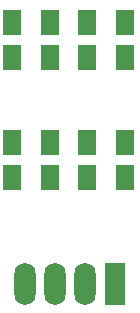
<source format=gbr>
%TF.GenerationSoftware,KiCad,Pcbnew,6.0.5-a6ca702e91~116~ubuntu20.04.1*%
%TF.CreationDate,2022-06-07T16:18:29-07:00*%
%TF.ProjectId,esp8266-dongle,65737038-3236-4362-9d64-6f6e676c652e,rev?*%
%TF.SameCoordinates,Original*%
%TF.FileFunction,Soldermask,Bot*%
%TF.FilePolarity,Negative*%
%FSLAX46Y46*%
G04 Gerber Fmt 4.6, Leading zero omitted, Abs format (unit mm)*
G04 Created by KiCad (PCBNEW 6.0.5-a6ca702e91~116~ubuntu20.04.1) date 2022-06-07 16:18:29*
%MOMM*%
%LPD*%
G01*
G04 APERTURE LIST*
G04 Aperture macros list*
%AMFreePoly0*
4,1,6,1.000000,0.000000,0.500000,-0.750000,-0.500000,-0.750000,-0.500000,0.750000,0.500000,0.750000,1.000000,0.000000,1.000000,0.000000,$1*%
G04 Aperture macros list end*
%ADD10R,1.800000X3.600000*%
%ADD11O,1.800000X3.600000*%
%ADD12R,1.500000X1.500000*%
%ADD13FreePoly0,90.000000*%
%ADD14FreePoly0,270.000000*%
G04 APERTURE END LIST*
D10*
%TO.C,J1*%
X120005000Y-101970000D03*
D11*
X117465000Y-101970000D03*
X114925000Y-101970000D03*
X112385000Y-101970000D03*
%TD*%
D12*
%TO.C,JP4*%
X120800000Y-90240000D03*
X120800000Y-92640000D03*
D13*
X120800000Y-93440000D03*
D14*
X120800000Y-89440000D03*
%TD*%
D12*
%TO.C,JP7*%
X114450000Y-92640000D03*
X114450000Y-90240000D03*
D13*
X114450000Y-93440000D03*
D14*
X114450000Y-89440000D03*
%TD*%
D12*
%TO.C,JP8*%
X117625000Y-92640000D03*
X117625000Y-90240000D03*
D13*
X117625000Y-93440000D03*
D14*
X117625000Y-89440000D03*
%TD*%
D12*
%TO.C,JP5*%
X114450000Y-80080000D03*
X114450000Y-82480000D03*
D13*
X114450000Y-83280000D03*
D14*
X114450000Y-79280000D03*
%TD*%
D12*
%TO.C,JP3*%
X111275000Y-92640000D03*
X111275000Y-90240000D03*
D13*
X111275000Y-93440000D03*
D14*
X111275000Y-89440000D03*
%TD*%
D12*
%TO.C,JP6*%
X117625000Y-80080000D03*
X117625000Y-82480000D03*
D13*
X117625000Y-83280000D03*
D14*
X117625000Y-79280000D03*
%TD*%
D12*
%TO.C,JP2*%
X120800000Y-80080000D03*
X120800000Y-82480000D03*
D13*
X120800000Y-83280000D03*
D14*
X120800000Y-79280000D03*
%TD*%
D12*
%TO.C,JP1*%
X111275000Y-80080000D03*
X111275000Y-82480000D03*
D13*
X111275000Y-83280000D03*
D14*
X111275000Y-79280000D03*
%TD*%
M02*

</source>
